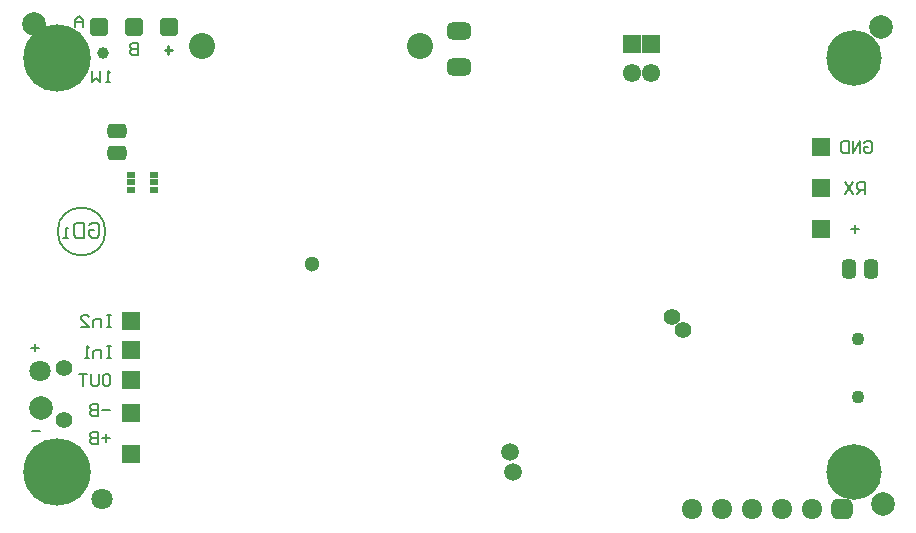
<source format=gbs>
G04 Layer_Color=16711935*
%FSLAX44Y44*%
%MOMM*%
G71*
G01*
G75*
%ADD16C,1.0000*%
%ADD55C,0.2000*%
%ADD74C,2.0000*%
%ADD89C,2.0000*%
G04:AMPARAMS|DCode=90|XSize=1.2372mm|YSize=1.6232mm|CornerRadius=0.3601mm|HoleSize=0mm|Usage=FLASHONLY|Rotation=180.000|XOffset=0mm|YOffset=0mm|HoleType=Round|Shape=RoundedRectangle|*
%AMROUNDEDRECTD90*
21,1,1.2372,0.9030,0,0,180.0*
21,1,0.5170,1.6232,0,0,180.0*
1,1,0.7202,-0.2585,0.4515*
1,1,0.7202,0.2585,0.4515*
1,1,0.7202,0.2585,-0.4515*
1,1,0.7202,-0.2585,-0.4515*
%
%ADD90ROUNDEDRECTD90*%
G04:AMPARAMS|DCode=91|XSize=1.2372mm|YSize=1.6232mm|CornerRadius=0.3601mm|HoleSize=0mm|Usage=FLASHONLY|Rotation=90.000|XOffset=0mm|YOffset=0mm|HoleType=Round|Shape=RoundedRectangle|*
%AMROUNDEDRECTD91*
21,1,1.2372,0.9030,0,0,90.0*
21,1,0.5170,1.6232,0,0,90.0*
1,1,0.7202,0.4515,0.2585*
1,1,0.7202,0.4515,-0.2585*
1,1,0.7202,-0.4515,-0.2585*
1,1,0.7202,-0.4515,0.2585*
%
%ADD91ROUNDEDRECTD91*%
G04:AMPARAMS|DCode=92|XSize=1.4532mm|YSize=2.0432mm|CornerRadius=0.4141mm|HoleSize=0mm|Usage=FLASHONLY|Rotation=90.000|XOffset=0mm|YOffset=0mm|HoleType=Round|Shape=RoundedRectangle|*
%AMROUNDEDRECTD92*
21,1,1.4532,1.2150,0,0,90.0*
21,1,0.6250,2.0432,0,0,90.0*
1,1,0.8282,0.6075,0.3125*
1,1,0.8282,0.6075,-0.3125*
1,1,0.8282,-0.6075,-0.3125*
1,1,0.8282,-0.6075,0.3125*
%
%ADD92ROUNDEDRECTD92*%
%ADD128C,1.4032*%
%ADD134R,1.5532X1.5532*%
%ADD135C,1.5532*%
%ADD136C,2.2032*%
%ADD137C,1.5032*%
G04:AMPARAMS|DCode=138|XSize=1.8032mm|YSize=1.7032mm|CornerRadius=0.4766mm|HoleSize=0mm|Usage=FLASHONLY|Rotation=180.000|XOffset=0mm|YOffset=0mm|HoleType=Round|Shape=RoundedRectangle|*
%AMROUNDEDRECTD138*
21,1,1.8032,0.7500,0,0,180.0*
21,1,0.8500,1.7032,0,0,180.0*
1,1,0.9532,-0.4250,0.3750*
1,1,0.9532,0.4250,0.3750*
1,1,0.9532,0.4250,-0.3750*
1,1,0.9532,-0.4250,-0.3750*
%
%ADD138ROUNDEDRECTD138*%
%ADD139O,1.8032X1.7032*%
%ADD140C,4.7032*%
%ADD141C,5.7032*%
%ADD142C,0.2540*%
%ADD143R,0.7032X0.6032*%
G04:AMPARAMS|DCode=144|XSize=1.5mm|YSize=1.5mm|CornerRadius=0.25mm|HoleSize=0mm|Usage=FLASHONLY|Rotation=0.000|XOffset=0mm|YOffset=0mm|HoleType=Round|Shape=RoundedRectangle|*
%AMROUNDEDRECTD144*
21,1,1.5000,1.0000,0,0,0.0*
21,1,1.0000,1.5000,0,0,0.0*
1,1,0.5000,0.5000,-0.5000*
1,1,0.5000,-0.5000,-0.5000*
1,1,0.5000,-0.5000,0.5000*
1,1,0.5000,0.5000,0.5000*
%
%ADD144ROUNDEDRECTD144*%
%ADD145C,1.8000*%
%ADD146R,1.5000X1.5000*%
%ADD147R,1.5000X1.5000*%
%ADD148C,1.1000*%
%ADD149C,1.3000*%
D16*
X69000Y399000D02*
D03*
D55*
X70752Y248250D02*
G03*
X70752Y248250I-20252J0D01*
G01*
X14250Y149998D02*
X7585D01*
X10918Y153331D02*
Y146666D01*
X15000Y78998D02*
X8335D01*
X713335Y322831D02*
X715002Y324497D01*
X718334D01*
X720000Y322831D01*
Y316166D01*
X718334Y314500D01*
X715002D01*
X713335Y316166D01*
Y319498D01*
X716668D01*
X710003Y314500D02*
Y324497D01*
X703339Y314500D01*
Y324497D01*
X700006D02*
Y314500D01*
X695008D01*
X693342Y316166D01*
Y322831D01*
X695008Y324497D01*
X700006D01*
X713750Y280250D02*
Y290247D01*
X708752D01*
X707085Y288581D01*
Y285248D01*
X708752Y283582D01*
X713750D01*
X710418D02*
X707085Y280250D01*
X703753Y290247D02*
X697089Y280250D01*
Y290247D02*
X703753Y280250D01*
X709000Y250248D02*
X702336D01*
X705668Y253581D02*
Y246916D01*
X74500Y73248D02*
X67835D01*
X71168Y76581D02*
Y69916D01*
X64503Y78247D02*
Y68250D01*
X59505D01*
X57839Y69916D01*
Y71582D01*
X59505Y73248D01*
X64503D01*
X59505D01*
X57839Y74914D01*
Y76581D01*
X59505Y78247D01*
X64503D01*
X74250Y97248D02*
X67586D01*
X64253Y102247D02*
Y92250D01*
X59255D01*
X57589Y93916D01*
Y95582D01*
X59255Y97248D01*
X64253D01*
X59255D01*
X57589Y98914D01*
Y100581D01*
X59255Y102247D01*
X64253D01*
X70002Y127497D02*
X73334D01*
X75000Y125831D01*
Y119166D01*
X73334Y117500D01*
X70002D01*
X68335Y119166D01*
Y125831D01*
X70002Y127497D01*
X65003D02*
Y119166D01*
X63337Y117500D01*
X60005D01*
X58339Y119166D01*
Y127497D01*
X55006D02*
X48342D01*
X51674D01*
Y117500D01*
X75250Y177497D02*
X71918D01*
X73584D01*
Y167500D01*
X75250D01*
X71918D01*
X66919D02*
Y174165D01*
X61921D01*
X60255Y172498D01*
Y167500D01*
X50258D02*
X56923D01*
X50258Y174165D01*
Y175831D01*
X51924Y177497D01*
X55256D01*
X56923Y175831D01*
X75250Y151247D02*
X71918D01*
X73584D01*
Y141250D01*
X75250D01*
X71918D01*
X66919D02*
Y147914D01*
X61921D01*
X60255Y146248D01*
Y141250D01*
X56923D02*
X53590D01*
X55256D01*
Y151247D01*
X56923Y149581D01*
X74500Y374500D02*
X71168D01*
X72834D01*
Y384497D01*
X74500Y382831D01*
X66169Y384497D02*
Y374500D01*
X62837Y377832D01*
X59505Y374500D01*
Y384497D01*
X98500Y407747D02*
Y397750D01*
X93502D01*
X91835Y399416D01*
Y401082D01*
X93502Y402748D01*
X98500D01*
X93502D01*
X91835Y404414D01*
Y406081D01*
X93502Y407747D01*
X98500D01*
X52000Y421000D02*
Y427664D01*
X48668Y430997D01*
X45335Y427664D01*
Y421000D01*
Y425998D01*
X52000D01*
X56836Y253580D02*
X59002Y255746D01*
X63334D01*
X65500Y253580D01*
Y244916D01*
X63334Y242750D01*
X59002D01*
X56836Y244916D01*
Y249248D01*
X61168D01*
X52504Y255746D02*
Y242750D01*
X46006D01*
X43840Y244916D01*
Y253580D01*
X46006Y255746D01*
X52504D01*
X39508Y242750D02*
X35176D01*
X37342D01*
Y251414D01*
X39508D01*
D74*
X16000Y99000D02*
D03*
D89*
X727250Y421750D02*
D03*
X10000Y423750D02*
D03*
X728750Y17750D02*
D03*
D90*
X699975Y216500D02*
D03*
X719025D02*
D03*
D91*
X81000Y314475D02*
D03*
Y333525D02*
D03*
D92*
X370500Y387260D02*
D03*
Y417740D02*
D03*
D128*
X550750Y176250D02*
D03*
X559500Y164500D02*
D03*
X35500Y132750D02*
D03*
Y88750D02*
D03*
D134*
X532750Y407250D02*
D03*
X516750D02*
D03*
D135*
X532750Y382250D02*
D03*
X516750Y382250D02*
D03*
D136*
X336750Y405000D02*
D03*
X152250Y405250D02*
D03*
D137*
X415500Y44250D02*
D03*
X413250Y61500D02*
D03*
D138*
X694500Y13500D02*
D03*
D139*
X669100D02*
D03*
X643700D02*
D03*
X618300D02*
D03*
X592900D02*
D03*
X567500D02*
D03*
D140*
X705000Y45000D02*
D03*
Y395000D02*
D03*
D141*
X30000D02*
D03*
Y45000D02*
D03*
D142*
X127500Y402248D02*
X120836D01*
X124168Y405581D02*
Y398916D01*
D143*
X92750Y283500D02*
D03*
Y290000D02*
D03*
Y296500D02*
D03*
X111750D02*
D03*
Y290000D02*
D03*
Y283500D02*
D03*
D144*
X65000Y421000D02*
D03*
X95000D02*
D03*
X125000D02*
D03*
D145*
X15750Y129750D02*
D03*
X68000Y21500D02*
D03*
D146*
X676250Y320000D02*
D03*
Y285000D02*
D03*
X92500Y95000D02*
D03*
Y60000D02*
D03*
Y147500D02*
D03*
Y172500D02*
D03*
D147*
X676250Y250000D02*
D03*
X92500Y122500D02*
D03*
D148*
X707750Y108500D02*
D03*
Y157500D02*
D03*
D149*
X245750Y220500D02*
D03*
M02*

</source>
